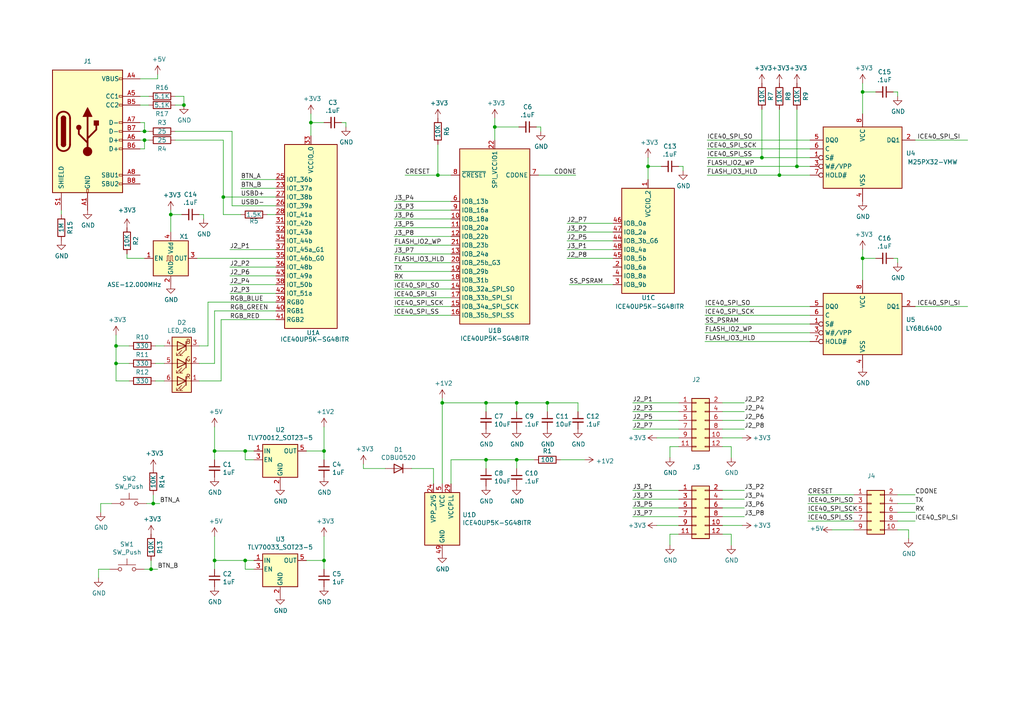
<source format=kicad_sch>
(kicad_sch (version 20211123) (generator eeschema)
  (paper "A4")
  (lib_symbols
    (symbol "Connector:USB_C_Receptacle_USB2.0" (pin_names (offset 1.016))
      (property "Reference" "J" (at -10.16 19.05 0))
      (property "Value" "USB_C_Receptacle_USB2.0" (at 19.05 19.05 0))
      (symbol "USB_C_Receptacle_USB2.0_1_1"
        (pin passive line (at 0 -22.86 90) (length 5.08) (name "GND") (number "A1"))
        (pin passive line (at 0 -22.86 90) (length 5.08) hide (name "GND") (number "A12"))
        (pin passive line (at 15.24 15.24 180) (length 5.08) (name "VBUS") (number "A4"))
        (pin bidirectional line (at 15.24 10.16 180) (length 5.08) (name "CC1") (number "A5"))
        (pin bidirectional line (at 15.24 -2.54 180) (length 5.08) (name "D+") (number "A6"))
        (pin bidirectional line (at 15.24 2.54 180) (length 5.08) (name "D-") (number "A7"))
        (pin bidirectional line (at 15.24 -12.7 180) (length 5.08) (name "SBU1") (number "A8"))
        (pin passive line (at 15.24 15.24 180) (length 5.08) hide (name "VBUS") (number "A9"))
        (pin passive line (at 0 -22.86 90) (length 5.08) hide (name "GND") (number "B1"))
        (pin passive line (at 0 -22.86 90) (length 5.08) hide (name "GND") (number "B12"))
        (pin passive line (at 15.24 15.24 180) (length 5.08) hide (name "VBUS") (number "B4"))
        (pin bidirectional line (at 15.24 7.62 180) (length 5.08) (name "CC2") (number "B5"))
        (pin bidirectional line (at 15.24 -5.08 180) (length 5.08) (name "D+") (number "B6"))
        (pin bidirectional line (at 15.24 0 180) (length 5.08) (name "D-") (number "B7"))
        (pin bidirectional line (at 15.24 -15.24 180) (length 5.08) (name "SBU2") (number "B8"))
        (pin passive line (at 15.24 15.24 180) (length 5.08) hide (name "VBUS") (number "B9"))
        (pin passive line (at -7.62 -22.86 90) (length 5.08) (name "SHIELD") (number "S1"))
      )
    )
    (symbol "Connector_Generic:Conn_02x05_Odd_Even" (pin_names (offset 1.016) hide)
      (property "Reference" "J" (at 1.27 7.62 0))
      (property "Value" "Conn_02x05_Odd_Even" (at 1.27 -7.62 0))
      (symbol "Conn_02x05_Odd_Even_1_1"
        (pin passive line (at -5.08 5.08 0) (length 3.81) (name "Pin_1") (number "1"))
        (pin passive line (at 7.62 -5.08 180) (length 3.81) (name "Pin_10") (number "10"))
        (pin passive line (at 7.62 5.08 180) (length 3.81) (name "Pin_2") (number "2"))
        (pin passive line (at -5.08 2.54 0) (length 3.81) (name "Pin_3") (number "3"))
        (pin passive line (at 7.62 2.54 180) (length 3.81) (name "Pin_4") (number "4"))
        (pin passive line (at -5.08 0 0) (length 3.81) (name "Pin_5") (number "5"))
        (pin passive line (at 7.62 0 180) (length 3.81) (name "Pin_6") (number "6"))
        (pin passive line (at -5.08 -2.54 0) (length 3.81) (name "Pin_7") (number "7"))
        (pin passive line (at 7.62 -2.54 180) (length 3.81) (name "Pin_8") (number "8"))
        (pin passive line (at -5.08 -5.08 0) (length 3.81) (name "Pin_9") (number "9"))
      )
    )
    (symbol "Connector_Generic:Conn_02x06_Odd_Even" (pin_names (offset 1.016) hide)
      (property "Reference" "J" (at 1.27 7.62 0))
      (property "Value" "Conn_02x06_Odd_Even" (at 1.27 -10.16 0))
      (symbol "Conn_02x06_Odd_Even_1_1"
        (pin passive line (at -5.08 5.08 0) (length 3.81) (name "Pin_1") (number "1"))
        (pin passive line (at 7.62 -5.08 180) (length 3.81) (name "Pin_10") (number "10"))
        (pin passive line (at -5.08 -7.62 0) (length 3.81) (name "Pin_11") (number "11"))
        (pin passive line (at 7.62 -7.62 180) (length 3.81) (name "Pin_12") (number "12"))
        (pin passive line (at 7.62 5.08 180) (length 3.81) (name "Pin_2") (number "2"))
        (pin passive line (at -5.08 2.54 0) (length 3.81) (name "Pin_3") (number "3"))
        (pin passive line (at 7.62 2.54 180) (length 3.81) (name "Pin_4") (number "4"))
        (pin passive line (at -5.08 0 0) (length 3.81) (name "Pin_5") (number "5"))
        (pin passive line (at 7.62 0 180) (length 3.81) (name "Pin_6") (number "6"))
        (pin passive line (at -5.08 -2.54 0) (length 3.81) (name "Pin_7") (number "7"))
        (pin passive line (at 7.62 -2.54 180) (length 3.81) (name "Pin_8") (number "8"))
        (pin passive line (at -5.08 -5.08 0) (length 3.81) (name "Pin_9") (number "9"))
      )
    )
    (symbol "Device:C_Small" (pin_numbers hide) (pin_names (offset 0.254) hide)
      (property "Reference" "C" (at 0.254 1.778 0))
      (property "Value" "C_Small" (at 0.254 -2.032 0))
      (symbol "C_Small_1_1"
        (pin passive line (at 0 2.54 270) (length 2.032) (name "~") (number "1"))
        (pin passive line (at 0 -2.54 90) (length 2.032) (name "~") (number "2"))
      )
    )
    (symbol "Device:D" (pin_numbers hide) (pin_names (offset 1.016) hide)
      (property "Reference" "D" (at 0 2.54 0))
      (property "Value" "D" (at 0 -2.54 0))
      (symbol "D_1_1"
        (pin passive line (at -3.81 0 0) (length 2.54) (name "K") (number "1"))
        (pin passive line (at 3.81 0 180) (length 2.54) (name "A") (number "2"))
      )
    )
    (symbol "Device:LED_RGB" (pin_names (offset 0) hide)
      (property "Reference" "D" (at 0 9.398 0))
      (property "Value" "LED_RGB" (at 0 -8.89 0))
      (symbol "LED_RGB_0_0"
        (text "B" (at -1.905 -6.35 0) (effects (font (size 1.27 1.27))))
        (text "G" (at -1.905 -1.27 0) (effects (font (size 1.27 1.27))))
        (text "R" (at -1.905 3.81 0) (effects (font (size 1.27 1.27))))
      )
      (symbol "LED_RGB_1_1"
        (pin passive line (at -5.08 5.08 0) (length 2.54) (name "RK") (number "1"))
        (pin passive line (at -5.08 0 0) (length 2.54) (name "GK") (number "2"))
        (pin passive line (at -5.08 -5.08 0) (length 2.54) (name "BK") (number "3"))
        (pin passive line (at 5.08 -5.08 180) (length 2.54) (name "BA") (number "4"))
        (pin passive line (at 5.08 0 180) (length 2.54) (name "GA") (number "5"))
        (pin passive line (at 5.08 5.08 180) (length 2.54) (name "RA") (number "6"))
      )
    )
    (symbol "Device:R" (pin_numbers hide) (pin_names (offset 0))
      (property "Reference" "R" (at 2.032 0 90))
      (property "Value" "R" (at 0 0 90))
      (symbol "R_1_1"
        (pin passive line (at 0 3.81 270) (length 1.27) (name "~") (number "1"))
        (pin passive line (at 0 -3.81 90) (length 1.27) (name "~") (number "2"))
      )
    )
    (symbol "FPGA_Lattice:ICE40UP5K-SG48ITR"
      (property "Reference" "U" (at -8.89 -29.21 0))
      (property "Value" "ICE40UP5K-SG48ITR" (at 0 -31.75 0))
      (symbol "ICE40UP5K-SG48ITR_1_1"
        (pin bidirectional line (at -10.16 12.7 0) (length 2.54) (name "IOT_37a") (number "23"))
        (pin bidirectional line (at -10.16 15.24 0) (length 2.54) (name "IOT_36b") (number "25"))
        (pin bidirectional line (at -10.16 7.62 0) (length 2.54) (name "IOT_39a") (number "26"))
        (pin bidirectional line (at -10.16 10.16 0) (length 2.54) (name "IOT_38b") (number "27"))
        (pin bidirectional line (at -10.16 5.08 0) (length 2.54) (name "IOT_41a") (number "28"))
        (pin bidirectional line (at -10.16 2.54 0) (length 2.54) (name "IOT_42b") (number "31"))
        (pin bidirectional line (at -10.16 0 0) (length 2.54) (name "IOT_43a") (number "32"))
        (pin power_in line (at 0 27.94 270) (length 2.54) (name "VCCIO_0") (number "33"))
        (pin bidirectional line (at -10.16 -2.54 0) (length 2.54) (name "IOT_44b") (number "34"))
        (pin bidirectional line (at -10.16 -7.62 0) (length 2.54) (name "IOT_46b_G0") (number "35"))
        (pin bidirectional line (at -10.16 -10.16 0) (length 2.54) (name "IOT_48b") (number "36"))
        (pin bidirectional line (at -10.16 -5.08 0) (length 2.54) (name "IOT_45a_G1") (number "37"))
        (pin bidirectional line (at -10.16 -15.24 0) (length 2.54) (name "IOT_50b") (number "38"))
        (pin open_collector line (at -10.16 -20.32 0) (length 2.54) (name "RGB0") (number "39"))
        (pin open_collector line (at -10.16 -22.86 0) (length 2.54) (name "RGB1") (number "40"))
        (pin open_collector line (at -10.16 -25.4 0) (length 2.54) (name "RGB2") (number "41"))
        (pin bidirectional line (at -10.16 -17.78 0) (length 2.54) (name "IOT_51a") (number "42"))
        (pin bidirectional line (at -10.16 -12.7 0) (length 2.54) (name "IOT_49a") (number "43"))
      )
      (symbol "ICE40UP5K-SG48ITR_2_1"
        (pin bidirectional line (at -12.7 5.08 0) (length 2.54) (name "IOB_18a") (number "10"))
        (pin bidirectional line (at -12.7 2.54 0) (length 2.54) (name "IOB_20a") (number "11"))
        (pin bidirectional line (at -12.7 0 0) (length 2.54) (name "IOB_22b") (number "12"))
        (pin bidirectional line (at -12.7 -5.08 0) (length 2.54) (name "IOB_24a") (number "13"))
        (pin bidirectional line (at -12.7 -15.24 0) (length 2.54) (name "IOB_32a_SPI_SO") (number "14"))
        (pin bidirectional line (at -12.7 -20.32 0) (length 2.54) (name "IOB_34a_SPI_SCK") (number "15"))
        (pin bidirectional line (at -12.7 -22.86 0) (length 2.54) (name "IOB_35b_SPI_SS") (number "16"))
        (pin bidirectional line (at -12.7 -17.78 0) (length 2.54) (name "IOB_33b_SPI_SI") (number "17"))
        (pin bidirectional line (at -12.7 -12.7 0) (length 2.54) (name "IOB_31b") (number "18"))
        (pin bidirectional line (at -12.7 -10.16 0) (length 2.54) (name "IOB_29b") (number "19"))
        (pin bidirectional line (at -12.7 -7.62 0) (length 2.54) (name "IOB_25b_G3") (number "20"))
        (pin bidirectional line (at -12.7 -2.54 0) (length 2.54) (name "IOB_23b") (number "21"))
        (pin power_in line (at 0 27.94 270) (length 2.54) (name "SPI_VCCIO1") (number "22"))
        (pin bidirectional line (at -12.7 10.16 0) (length 2.54) (name "IOB_13b") (number "6"))
        (pin open_collector line (at 12.7 17.78 180) (length 2.54) (name "CDONE") (number "7"))
        (pin input line (at -12.7 17.78 0) (length 2.54) (name "~{CRESET}") (number "8"))
        (pin bidirectional line (at -12.7 7.62 0) (length 2.54) (name "IOB_16a") (number "9"))
      )
      (symbol "ICE40UP5K-SG48ITR_3_1"
        (pin power_in line (at 0 17.78 270) (length 2.54) (name "VCCIO_2") (number "1"))
        (pin bidirectional line (at -10.16 -7.62 0) (length 2.54) (name "IOB_6a") (number "2"))
        (pin bidirectional line (at -10.16 -12.7 0) (length 2.54) (name "IOB_9b") (number "3"))
        (pin bidirectional line (at -10.16 -10.16 0) (length 2.54) (name "IOB_8a") (number "4"))
        (pin bidirectional line (at -10.16 0 0) (length 2.54) (name "IOB_3b_G6") (number "44"))
        (pin bidirectional line (at -10.16 -5.08 0) (length 2.54) (name "IOB_5b") (number "45"))
        (pin bidirectional line (at -10.16 5.08 0) (length 2.54) (name "IOB_0a") (number "46"))
        (pin bidirectional line (at -10.16 2.54 0) (length 2.54) (name "IOB_2a") (number "47"))
        (pin bidirectional line (at -10.16 -2.54 0) (length 2.54) (name "IOB_4a") (number "48"))
      )
      (symbol "ICE40UP5K-SG48ITR_4_1"
        (pin power_in line (at -2.54 10.16 270) (length 2.54) (name "VPP_2V5") (number "24"))
        (pin power_out line (at 2.54 10.16 270) (length 2.54) (name "VCCPLL") (number "29"))
        (pin passive line (at 0 10.16 270) (length 2.54) hide (name "VCC") (number "30"))
        (pin power_in line (at 0 -10.16 90) (length 2.54) (name "GND") (number "49"))
        (pin power_in line (at 0 10.16 270) (length 2.54) (name "VCC") (number "5"))
      )
    )
    (symbol "Memory_Flash:M25PX32-VMW"
      (property "Reference" "U" (at -10.16 10.16 0))
      (property "Value" "M25PX32-VMW" (at 7.62 -10.16 0))
      (symbol "M25PX32-VMW_1_1"
        (pin input inverted (at -15.24 0 0) (length 3.81) (name "S#") (number "1"))
        (pin bidirectional line (at 15.24 5.08 180) (length 3.81) (name "DQ1") (number "2"))
        (pin input inverted (at -15.24 -2.54 0) (length 3.81) (name "W#/VPP") (number "3"))
        (pin power_in line (at 0 -12.7 90) (length 3.81) (name "VSS") (number "4"))
        (pin bidirectional line (at -15.24 5.08 0) (length 3.81) (name "DQ0") (number "5"))
        (pin input line (at -15.24 2.54 0) (length 3.81) (name "C") (number "6"))
        (pin input inverted (at -15.24 -5.08 0) (length 3.81) (name "HOLD#") (number "7"))
        (pin power_in line (at 0 12.7 270) (length 3.81) (name "VCC") (number "8"))
      )
    )
    (symbol "Oscillator:ASE-xxxMHz" (pin_names (offset 0.254))
      (property "Reference" "X" (at -5.08 6.35 0))
      (property "Value" "ASE-xxxMHz" (at 1.27 -6.35 0))
      (symbol "ASE-xxxMHz_1_1"
        (pin input line (at -7.62 0 0) (length 2.54) (name "EN") (number "1"))
        (pin power_in line (at 0 -7.62 90) (length 2.54) (name "GND") (number "2"))
        (pin output line (at 7.62 0 180) (length 2.54) (name "OUT") (number "3"))
        (pin power_in line (at 0 7.62 270) (length 2.54) (name "Vdd") (number "4"))
      )
    )
    (symbol "Regulator_Linear:TLV70012_SOT23-5" (pin_names (offset 0.254))
      (property "Reference" "U" (at -3.81 5.715 0))
      (property "Value" "TLV70012_SOT23-5" (at 0 5.715 0))
      (symbol "TLV70012_SOT23-5_1_1"
        (pin power_in line (at -7.62 2.54 0) (length 2.54) (name "IN") (number "1"))
        (pin power_in line (at 0 -7.62 90) (length 2.54) (name "GND") (number "2"))
        (pin input line (at -7.62 0 0) (length 2.54) (name "EN") (number "3"))
        (pin no_connect line (at 5.08 0 180) (length 2.54) hide (name "NC") (number "4"))
        (pin power_out line (at 7.62 2.54 180) (length 2.54) (name "OUT") (number "5"))
      )
    )
    (symbol "Regulator_Linear:TLV70033_SOT23-5" (pin_names (offset 0.254))
      (property "Reference" "U" (at -3.81 5.715 0))
      (property "Value" "TLV70033_SOT23-5" (at 0 5.715 0))
      (symbol "TLV70033_SOT23-5_1_1"
        (pin power_in line (at -7.62 2.54 0) (length 2.54) (name "IN") (number "1"))
        (pin power_in line (at 0 -7.62 90) (length 2.54) (name "GND") (number "2"))
        (pin input line (at -7.62 0 0) (length 2.54) (name "EN") (number "3"))
        (pin no_connect line (at 5.08 0 180) (length 2.54) hide (name "NC") (number "4"))
        (pin power_out line (at 7.62 2.54 180) (length 2.54) (name "OUT") (number "5"))
      )
    )
    (symbol "Switch:SW_Push" (pin_numbers hide) (pin_names (offset 1.016) hide)
      (property "Reference" "SW" (at 1.27 2.54 0))
      (property "Value" "SW_Push" (at 0 -1.524 0))
      (symbol "SW_Push_0_1"
        (pin passive line (at -5.08 0 0) (length 2.54) (name "1") (number "1"))
        (pin passive line (at 5.08 0 180) (length 2.54) (name "2") (number "2"))
      )
    )
    (symbol "power:+1V2" (power) (pin_names (offset 0))
      (property "Value" "+1V2" (at 0 3.556 0))
      (symbol "+1V2_1_1"
        (pin power_in line (at 0 0 90) (length 0) hide (name "+1V2") (number "1"))
      )
    )
    (symbol "power:+3V3" (power) (pin_names (offset 0))
      (property "Value" "+3V3" (at 0 3.556 0))
      (symbol "+3V3_1_1"
        (pin power_in line (at 0 0 90) (length 0) hide (name "+3V3") (number "1"))
      )
    )
    (symbol "power:+5V" (power) (pin_names (offset 0))
      (property "Value" "+5V" (at 0 3.556 0))
      (symbol "+5V_1_1"
        (pin power_in line (at 0 0 90) (length 0) hide (name "+5V") (number "1"))
      )
    )
    (symbol "power:GND" (power) (pin_names (offset 0))
      (property "Value" "GND" (at 0 -3.81 0))
      (symbol "GND_1_1"
        (pin power_in line (at 0 0 270) (length 0) hide (name "GND") (number "1"))
      )
    )
  )
  (junction (at 71.12 130.81))
  (junction (at 226.06 50.8))
  (junction (at 140.97 133.35))
  (junction (at 250.19 26.67))
  (junction (at 220.98 45.72))
  (junction (at 64.77 57.15))
  (junction (at 62.23 162.56))
  (junction (at 140.97 116.84))
  (junction (at 62.23 130.81))
  (junction (at 44.45 146.05))
  (junction (at 93.98 162.56))
  (junction (at 53.34 30.48))
  (junction (at 49.53 62.23))
  (junction (at 43.815 165.1))
  (junction (at 41.91 40.64))
  (junction (at 33.655 105.41))
  (junction (at 187.96 48.26))
  (junction (at 33.655 100.33))
  (junction (at 149.86 133.35))
  (junction (at 128.27 116.84))
  (junction (at 149.86 116.84))
  (junction (at 127 50.8))
  (junction (at 90.17 35.56))
  (junction (at 231.14 48.26))
  (junction (at 71.12 162.56))
  (junction (at 158.75 116.84))
  (junction (at 93.98 130.81))
  (junction (at 143.51 36.83))
  (junction (at 41.91 38.1))
  (junction (at 250.19 74.93))
  (wire (pts (xy 90.17 33.02) (xy 90.17 35.56)))
  (wire (pts (xy 205.105 43.18) (xy 234.95 43.18)))
  (wire (pts (xy 177.8 67.31) (xy 164.465 67.31)))
  (wire (pts (xy 40.64 38.1) (xy 41.91 38.1)))
  (wire (pts (xy 90.17 35.56) (xy 90.17 39.37)))
  (wire (pts (xy 196.85 144.78) (xy 183.515 144.78)))
  (wire (pts (xy 196.85 121.92) (xy 183.515 121.92)))
  (wire (pts (xy 187.96 48.26) (xy 187.96 52.07)))
  (wire (pts (xy 259.08 26.67) (xy 260.35 26.67)))
  (wire (pts (xy 254 74.93) (xy 250.19 74.93)))
  (wire (pts (xy 128.27 116.84) (xy 128.27 140.335)))
  (wire (pts (xy 33.655 110.49) (xy 37.465 110.49)))
  (wire (pts (xy 29.21 146.05) (xy 29.21 148.59)))
  (wire (pts (xy 45.085 100.33) (xy 47.625 100.33)))
  (wire (pts (xy 36.83 73.66) (xy 36.83 74.93)))
  (wire (pts (xy 280.67 40.64) (xy 265.43 40.64)))
  (wire (pts (xy 45.72 22.86) (xy 40.64 22.86)))
  (wire (pts (xy 194.31 154.94) (xy 194.31 158.115)))
  (wire (pts (xy 196.85 142.24) (xy 183.515 142.24)))
  (wire (pts (xy 33.655 97.155) (xy 33.655 100.33)))
  (wire (pts (xy 220.98 31.75) (xy 220.98 45.72)))
  (wire (pts (xy 93.98 130.81) (xy 93.98 133.35)))
  (wire (pts (xy 265.43 146.05) (xy 260.35 146.05)))
  (wire (pts (xy 50.8 30.48) (xy 53.34 30.48)))
  (wire (pts (xy 64.135 92.71) (xy 80.01 92.71)))
  (wire (pts (xy 64.77 40.64) (xy 64.77 57.15)))
  (wire (pts (xy 64.77 57.15) (xy 64.77 62.23)))
  (wire (pts (xy 234.315 148.59) (xy 247.65 148.59)))
  (wire (pts (xy 93.98 155.575) (xy 93.98 162.56)))
  (wire (pts (xy 37.465 105.41) (xy 33.655 105.41)))
  (wire (pts (xy 50.8 27.94) (xy 53.34 27.94)))
  (wire (pts (xy 41.91 38.1) (xy 43.18 38.1)))
  (wire (pts (xy 33.655 100.33) (xy 33.655 105.41)))
  (wire (pts (xy 196.85 119.38) (xy 183.515 119.38)))
  (wire (pts (xy 40.64 35.56) (xy 41.91 35.56)))
  (wire (pts (xy 204.47 91.44) (xy 234.95 91.44)))
  (wire (pts (xy 57.15 74.93) (xy 80.01 74.93)))
  (wire (pts (xy 149.86 133.35) (xy 154.94 133.35)))
  (wire (pts (xy 88.9 162.56) (xy 93.98 162.56)))
  (wire (pts (xy 40.64 27.94) (xy 43.18 27.94)))
  (wire (pts (xy 260.35 153.67) (xy 263.525 153.67)))
  (wire (pts (xy 231.14 48.26) (xy 205.105 48.26)))
  (wire (pts (xy 140.97 133.35) (xy 149.86 133.35)))
  (wire (pts (xy 80.01 52.07) (xy 69.85 52.07)))
  (wire (pts (xy 260.35 26.67) (xy 260.35 27.94)))
  (wire (pts (xy 265.43 148.59) (xy 260.35 148.59)))
  (wire (pts (xy 204.47 96.52) (xy 234.95 96.52)))
  (wire (pts (xy 37.465 100.33) (xy 33.655 100.33)))
  (wire (pts (xy 60.325 87.63) (xy 80.01 87.63)))
  (wire (pts (xy 31.75 165.1) (xy 28.575 165.1)))
  (wire (pts (xy 71.12 133.35) (xy 71.12 130.81)))
  (wire (pts (xy 204.47 88.9) (xy 234.95 88.9)))
  (wire (pts (xy 215.9 116.84) (xy 209.55 116.84)))
  (wire (pts (xy 196.85 129.54) (xy 194.31 129.54)))
  (wire (pts (xy 250.19 24.13) (xy 250.19 26.67)))
  (wire (pts (xy 90.17 35.56) (xy 93.98 35.56)))
  (wire (pts (xy 50.8 40.64) (xy 64.77 40.64)))
  (wire (pts (xy 212.09 132.715) (xy 212.09 129.54)))
  (wire (pts (xy 32.385 146.05) (xy 29.21 146.05)))
  (wire (pts (xy 62.23 105.41) (xy 62.23 90.17)))
  (wire (pts (xy 49.53 62.23) (xy 49.53 60.96)))
  (wire (pts (xy 128.27 116.84) (xy 140.97 116.84)))
  (wire (pts (xy 215.9 142.24) (xy 209.55 142.24)))
  (wire (pts (xy 177.8 69.85) (xy 164.465 69.85)))
  (wire (pts (xy 209.55 152.4) (xy 215.265 152.4)))
  (wire (pts (xy 52.705 62.23) (xy 49.53 62.23)))
  (wire (pts (xy 231.14 48.26) (xy 231.14 31.75)))
  (wire (pts (xy 215.9 144.78) (xy 209.55 144.78)))
  (wire (pts (xy 80.01 54.61) (xy 69.85 54.61)))
  (wire (pts (xy 114.3 78.74) (xy 130.81 78.74)))
  (wire (pts (xy 260.35 74.93) (xy 260.35 76.2)))
  (wire (pts (xy 45.085 105.41) (xy 47.625 105.41)))
  (wire (pts (xy 114.3 83.82) (xy 130.81 83.82)))
  (wire (pts (xy 114.3 71.12) (xy 130.81 71.12)))
  (wire (pts (xy 125.73 135.89) (xy 125.73 140.335)))
  (wire (pts (xy 280.67 88.9) (xy 265.43 88.9)))
  (wire (pts (xy 194.31 129.54) (xy 194.31 132.715)))
  (wire (pts (xy 196.85 147.32) (xy 183.515 147.32)))
  (wire (pts (xy 150.495 36.83) (xy 143.51 36.83)))
  (wire (pts (xy 88.9 130.81) (xy 93.98 130.81)))
  (wire (pts (xy 265.43 151.13) (xy 260.35 151.13)))
  (wire (pts (xy 156.21 50.8) (xy 167.005 50.8)))
  (wire (pts (xy 114.3 58.42) (xy 130.81 58.42)))
  (wire (pts (xy 196.85 149.86) (xy 183.515 149.86)))
  (wire (pts (xy 226.06 50.8) (xy 226.06 31.75)))
  (wire (pts (xy 220.98 45.72) (xy 234.95 45.72)))
  (wire (pts (xy 114.3 60.96) (xy 130.81 60.96)))
  (wire (pts (xy 130.81 133.35) (xy 130.81 140.335)))
  (wire (pts (xy 250.19 26.67) (xy 250.19 33.02)))
  (wire (pts (xy 234.95 50.8) (xy 226.06 50.8)))
  (wire (pts (xy 149.86 116.84) (xy 149.86 119.38)))
  (wire (pts (xy 263.525 153.67) (xy 263.525 156.21)))
  (wire (pts (xy 198.12 48.26) (xy 198.12 49.53)))
  (wire (pts (xy 247.65 143.51) (xy 234.315 143.51)))
  (wire (pts (xy 105.41 135.89) (xy 105.41 134.62)))
  (wire (pts (xy 45.72 21.59) (xy 45.72 22.86)))
  (wire (pts (xy 162.56 133.35) (xy 169.545 133.35)))
  (wire (pts (xy 130.81 133.35) (xy 140.97 133.35)))
  (wire (pts (xy 149.86 116.84) (xy 158.75 116.84)))
  (wire (pts (xy 62.23 155.575) (xy 62.23 162.56)))
  (wire (pts (xy 44.45 146.05) (xy 42.545 146.05)))
  (wire (pts (xy 215.9 147.32) (xy 209.55 147.32)))
  (wire (pts (xy 140.97 119.38) (xy 140.97 116.84)))
  (wire (pts (xy 100.33 35.56) (xy 100.33 36.83)))
  (wire (pts (xy 40.64 40.64) (xy 41.91 40.64)))
  (wire (pts (xy 234.315 151.13) (xy 247.65 151.13)))
  (wire (pts (xy 114.3 86.36) (xy 130.81 86.36)))
  (wire (pts (xy 226.06 50.8) (xy 205.105 50.8)))
  (wire (pts (xy 204.47 93.98) (xy 234.95 93.98)))
  (wire (pts (xy 41.91 35.56) (xy 41.91 38.1)))
  (wire (pts (xy 71.12 130.81) (xy 73.66 130.81)))
  (wire (pts (xy 259.08 74.93) (xy 260.35 74.93)))
  (wire (pts (xy 114.3 68.58) (xy 130.81 68.58)))
  (wire (pts (xy 41.91 40.64) (xy 43.18 40.64)))
  (wire (pts (xy 36.83 74.93) (xy 41.91 74.93)))
  (wire (pts (xy 80.01 85.09) (xy 66.675 85.09)))
  (wire (pts (xy 215.9 119.38) (xy 209.55 119.38)))
  (wire (pts (xy 196.85 116.84) (xy 183.515 116.84)))
  (wire (pts (xy 127 50.8) (xy 117.475 50.8)))
  (wire (pts (xy 167.64 116.84) (xy 167.64 119.38)))
  (wire (pts (xy 156.845 36.83) (xy 156.845 38.1)))
  (wire (pts (xy 119.38 135.89) (xy 125.73 135.89)))
  (wire (pts (xy 127 41.91) (xy 127 50.8)))
  (wire (pts (xy 80.01 82.55) (xy 66.675 82.55)))
  (wire (pts (xy 41.91 165.1) (xy 43.815 165.1)))
  (wire (pts (xy 59.055 62.23) (xy 59.055 63.5)))
  (wire (pts (xy 205.105 45.72) (xy 220.98 45.72)))
  (wire (pts (xy 62.23 130.81) (xy 71.12 130.81)))
  (wire (pts (xy 80.01 72.39) (xy 66.675 72.39)))
  (wire (pts (xy 140.97 135.89) (xy 140.97 133.35)))
  (wire (pts (xy 99.06 35.56) (xy 100.33 35.56)))
  (wire (pts (xy 57.785 100.33) (xy 60.325 100.33)))
  (wire (pts (xy 80.01 80.01) (xy 66.675 80.01)))
  (wire (pts (xy 158.75 116.84) (xy 158.75 119.38)))
  (wire (pts (xy 177.8 74.93) (xy 164.465 74.93)))
  (wire (pts (xy 215.9 149.86) (xy 209.55 149.86)))
  (wire (pts (xy 67.31 38.1) (xy 50.8 38.1)))
  (wire (pts (xy 67.31 59.69) (xy 80.01 59.69)))
  (wire (pts (xy 43.815 165.1) (xy 45.72 165.1)))
  (wire (pts (xy 62.23 133.35) (xy 62.23 130.81)))
  (wire (pts (xy 111.76 135.89) (xy 105.41 135.89)))
  (wire (pts (xy 196.85 154.94) (xy 194.31 154.94)))
  (wire (pts (xy 177.8 64.77) (xy 164.465 64.77)))
  (wire (pts (xy 165.1 82.55) (xy 177.8 82.55)))
  (wire (pts (xy 196.85 124.46) (xy 183.515 124.46)))
  (wire (pts (xy 212.09 129.54) (xy 209.55 129.54)))
  (wire (pts (xy 93.98 162.56) (xy 93.98 165.1)))
  (wire (pts (xy 250.19 74.93) (xy 250.19 81.28)))
  (wire (pts (xy 114.3 76.2) (xy 130.81 76.2)))
  (wire (pts (xy 64.135 110.49) (xy 64.135 92.71)))
  (wire (pts (xy 67.31 59.69) (xy 67.31 38.1)))
  (wire (pts (xy 215.9 124.46) (xy 209.55 124.46)))
  (wire (pts (xy 128.27 115.57) (xy 128.27 116.84)))
  (wire (pts (xy 196.85 48.26) (xy 198.12 48.26)))
  (wire (pts (xy 62.23 165.1) (xy 62.23 162.56)))
  (wire (pts (xy 114.3 73.66) (xy 130.81 73.66)))
  (wire (pts (xy 93.98 123.825) (xy 93.98 130.81)))
  (wire (pts (xy 149.86 135.89) (xy 149.86 133.35)))
  (wire (pts (xy 46.355 146.05) (xy 44.45 146.05)))
  (wire (pts (xy 140.97 116.84) (xy 149.86 116.84)))
  (wire (pts (xy 41.91 43.18) (xy 41.91 40.64)))
  (wire (pts (xy 57.785 110.49) (xy 64.135 110.49)))
  (wire (pts (xy 190.5 152.4) (xy 196.85 152.4)))
  (wire (pts (xy 130.81 50.8) (xy 127 50.8)))
  (wire (pts (xy 260.35 143.51) (xy 265.43 143.51)))
  (wire (pts (xy 73.66 165.1) (xy 71.12 165.1)))
  (wire (pts (xy 212.09 158.115) (xy 212.09 154.94)))
  (wire (pts (xy 177.8 72.39) (xy 164.465 72.39)))
  (wire (pts (xy 45.085 110.49) (xy 47.625 110.49)))
  (wire (pts (xy 69.85 62.23) (xy 64.77 62.23)))
  (wire (pts (xy 80.01 62.23) (xy 77.47 62.23)))
  (wire (pts (xy 234.315 146.05) (xy 247.65 146.05)))
  (wire (pts (xy 57.785 62.23) (xy 59.055 62.23)))
  (wire (pts (xy 143.51 36.83) (xy 143.51 40.64)))
  (wire (pts (xy 28.575 165.1) (xy 28.575 167.64)))
  (wire (pts (xy 71.12 162.56) (xy 73.66 162.56)))
  (wire (pts (xy 62.23 90.17) (xy 80.01 90.17)))
  (wire (pts (xy 215.9 121.92) (xy 209.55 121.92)))
  (wire (pts (xy 43.815 162.56) (xy 43.815 165.1)))
  (wire (pts (xy 114.3 81.28) (xy 130.81 81.28)))
  (wire (pts (xy 205.105 40.64) (xy 234.95 40.64)))
  (wire (pts (xy 250.19 72.39) (xy 250.19 74.93)))
  (wire (pts (xy 57.785 105.41) (xy 62.23 105.41)))
  (wire (pts (xy 209.55 127) (xy 215.265 127)))
  (wire (pts (xy 114.3 88.9) (xy 130.81 88.9)))
  (wire (pts (xy 53.34 27.94) (xy 53.34 30.48)))
  (wire (pts (xy 143.51 34.29) (xy 143.51 36.83)))
  (wire (pts (xy 114.3 66.04) (xy 130.81 66.04)))
  (wire (pts (xy 17.78 60.96) (xy 17.78 62.23)))
  (wire (pts (xy 49.53 67.31) (xy 49.53 62.23)))
  (wire (pts (xy 190.5 127) (xy 196.85 127)))
  (wire (pts (xy 187.96 45.72) (xy 187.96 48.26)))
  (wire (pts (xy 71.12 165.1) (xy 71.12 162.56)))
  (wire (pts (xy 44.45 143.51) (xy 44.45 146.05)))
  (wire (pts (xy 64.77 57.15) (xy 80.01 57.15)))
  (wire (pts (xy 40.64 43.18) (xy 41.91 43.18)))
  (wire (pts (xy 33.655 105.41) (xy 33.655 110.49)))
  (wire (pts (xy 40.64 30.48) (xy 43.18 30.48)))
  (wire (pts (xy 191.77 48.26) (xy 187.96 48.26)))
  (wire (pts (xy 158.75 116.84) (xy 167.64 116.84)))
  (wire (pts (xy 254 26.67) (xy 250.19 26.67)))
  (wire (pts (xy 155.575 36.83) (xy 156.845 36.83)))
  (wire (pts (xy 114.3 91.44) (xy 130.81 91.44)))
  (wire (pts (xy 234.95 48.26) (xy 231.14 48.26)))
  (wire (pts (xy 80.01 77.47) (xy 66.675 77.47)))
  (wire (pts (xy 212.09 154.94) (xy 209.55 154.94)))
  (wire (pts (xy 204.47 99.06) (xy 234.95 99.06)))
  (wire (pts (xy 62.23 123.825) (xy 62.23 130.81)))
  (wire (pts (xy 114.3 63.5) (xy 130.81 63.5)))
  (wire (pts (xy 241.3 153.67) (xy 247.65 153.67)))
  (wire (pts (xy 73.66 133.35) (xy 71.12 133.35)))
  (wire (pts (xy 62.23 162.56) (xy 71.12 162.56)))
  (wire (pts (xy 60.325 100.33) (xy 60.325 87.63)))
  (label "BTN_B" (at 45.72 165.1 0))
  (label "ICE40_SPI_SS" (at 234.315 151.13 0))
  (label "ICE40_SPI_SI" (at 114.3 86.36 0))
  (label "RGB_RED" (at 66.675 92.71 0))
  (label "ICE40_SPI_SO" (at 114.3 83.82 0))
  (label "BTN_A" (at 46.355 146.05 0))
  (label "J3_P8" (at 215.9 149.86 0))
  (label "J2_P3" (at 183.515 119.38 0))
  (label "CDONE" (at 265.43 143.51 0))
  (label "J3_P7" (at 114.3 73.66 0))
  (label "J3_P5" (at 183.515 147.32 0))
  (label "RX" (at 114.3 81.28 0))
  (label "J2_P6" (at 66.675 80.01 0))
  (label "ICE40_SPI_SCK" (at 114.3 88.9 0))
  (label "J2_P2" (at 215.9 116.84 0))
  (label "FLASH_IO3_HLD" (at 204.47 99.06 0))
  (label "ICE40_SPI_SO" (at 234.315 146.05 0))
  (label "J3_P4" (at 215.9 144.78 0))
  (label "J3_P5" (at 114.3 66.04 0))
  (label "ICE40_SPI_SO" (at 205.105 40.64 0))
  (label "J3_P2" (at 164.465 67.31 0))
  (label "J2_P8" (at 164.465 74.93 0))
  (label "ICE40_SPI_SCK" (at 204.47 91.44 0))
  (label "SS_PSRAM" (at 204.47 93.98 0))
  (label "J3_P6" (at 215.9 147.32 0))
  (label "USBD+" (at 69.85 57.15 0))
  (label "RX" (at 265.43 148.59 0))
  (label "USBD-" (at 69.85 59.69 0))
  (label "CDONE" (at 160.655 50.8 0))
  (label "SS_PSRAM" (at 165.1 82.55 0))
  (label "FLASH_IO2_WP" (at 205.105 48.26 0))
  (label "J3_P1" (at 164.465 72.39 0))
  (label "BTN_A" (at 69.85 52.07 0))
  (label "CRESET" (at 117.475 50.8 0))
  (label "TX" (at 114.3 78.74 0))
  (label "ICE40_SPI_SI" (at 266.065 40.64 0))
  (label "FLASH_IO3_HLD" (at 205.105 50.8 0))
  (label "J2_P4" (at 215.9 119.38 0))
  (label "J3_P4" (at 114.3 58.42 0))
  (label "ICE40_SPI_SCK" (at 205.105 43.18 0))
  (label "J2_P1" (at 183.515 116.84 0))
  (label "J2_P5" (at 183.515 121.92 0))
  (label "ICE40_SPI_SO" (at 204.47 88.9 0))
  (label "J2_P1" (at 66.675 72.39 0))
  (label "TX" (at 265.43 146.05 0))
  (label "BTN_B" (at 69.85 54.61 0))
  (label "J2_P8" (at 215.9 124.46 0))
  (label "J3_P8" (at 114.3 68.58 0))
  (label "J2_P2" (at 66.675 77.47 0))
  (label "ICE40_SPI_SCK" (at 234.315 148.59 0))
  (label "J3_P1" (at 183.515 142.24 0))
  (label "J2_P5" (at 164.465 69.85 0))
  (label "J3_P2" (at 215.9 142.24 0))
  (label "J2_P7" (at 164.465 64.77 0))
  (label "RGB_GREEN" (at 66.675 90.17 0))
  (label "ICE40_SPI_SS" (at 114.3 91.44 0))
  (label "J2_P6" (at 215.9 121.92 0))
  (label "ICE40_SPI_SI" (at 265.43 151.13 0))
  (label "ICE40_SPI_SS" (at 205.105 45.72 0))
  (label "J2_P3" (at 66.675 85.09 0))
  (label "ICE40_SPI_SI" (at 266.065 88.9 0))
  (label "RGB_BLUE" (at 66.675 87.63 0))
  (label "J3_P7" (at 183.515 149.86 0))
  (label "FLASH_IO3_HLD" (at 114.3 76.2 0))
  (label "J3_P3" (at 183.515 144.78 0))
  (label "J2_P7" (at 183.515 124.46 0))
  (label "J3_P6" (at 114.3 63.5 0))
  (label "J2_P4" (at 66.675 82.55 0))
  (label "FLASH_IO2_WP" (at 204.47 96.52 0))
  (label "CRESET" (at 234.315 143.51 0))
  (label "J3_P3" (at 114.3 60.96 0))
  (label "FLASH_IO2_WP" (at 114.3 71.12 0))
  (symbol (lib_id "FPGA_Lattice:ICE40UP5K-SG48ITR") (at 90.17 67.31 0) (unit 1)
    (property "Reference" "U1" (at 88.9 96.52 0) (effects (justify left)))
    (property "Value" "ICE40UP5K-SG48ITR" (at 81.28 98.425 0) (effects (justify left)))
    (property "Footprint" "Package_DFN_QFN:QFN-48-1EP_7x7mm_P0.5mm_EP5.6x5.6mm" (effects hide))
    (property "Datasheet" "http://www.latticesemi.com/Products/FPGAandCPLD/iCE40Ultra" (effects hide))
  )
  (symbol (lib_id "FPGA_Lattice:ICE40UP5K-SG48ITR") (at 143.51 68.58 0) (unit 2)
    (property "Reference" "U1" (at 143.51 95.8596 0))
    (property "Value" "ICE40UP5K-SG48ITR" (at 143.51 98.171 0))
    (property "Footprint" "Package_DFN_QFN:QFN-48-1EP_7x7mm_P0.5mm_EP5.6x5.6mm" (effects hide))
    (property "Datasheet" "http://www.latticesemi.com/Products/FPGAandCPLD/iCE40Ultra" (effects hide))
  )
  (symbol (lib_id "FPGA_Lattice:ICE40UP5K-SG48ITR") (at 187.96 69.85 0) (unit 3)
    (property "Reference" "U1" (at 186.055 86.36 0) (effects (justify left)))
    (property "Value" "ICE40UP5K-SG48ITR" (at 178.435 88.9 0) (effects (justify left)))
    (property "Footprint" "Package_DFN_QFN:QFN-48-1EP_7x7mm_P0.5mm_EP5.6x5.6mm" (effects hide))
    (property "Datasheet" "http://www.latticesemi.com/Products/FPGAandCPLD/iCE40Ultra" (effects hide))
  )
  (symbol (lib_id "FPGA_Lattice:ICE40UP5K-SG48ITR") (at 128.27 150.495 0) (unit 4)
    (property "Reference" "U1" (at 134.112 149.3266 0) (effects (justify left)))
    (property "Value" "ICE40UP5K-SG48ITR" (at 134.112 151.638 0) (effects (justify left)))
    (property "Footprint" "Package_DFN_QFN:QFN-48-1EP_7x7mm_P0.5mm_EP5.6x5.6mm" (effects hide))
    (property "Datasheet" "http://www.latticesemi.com/Products/FPGAandCPLD/iCE40Ultra" (effects hide))
  )
  (symbol (lib_id "Device:D") (at 115.57 135.89 180) (unit 1)
    (property "Reference" "D1" (at 115.57 130.4036 0))
    (property "Value" "CDBU0520" (at 115.57 132.715 0))
    (property "Footprint" "Diode_SMD:D_0603_1608Metric" (effects hide))
  )
  (symbol (lib_id "Regulator_Linear:TLV70012_SOT23-5") (at 81.28 133.35 0) (unit 1)
    (property "Reference" "U2" (at 81.28 124.6632 0))
    (property "Value" "TLV70012_SOT23-5" (at 81.28 126.9746 0))
    (property "Footprint" "Package_TO_SOT_SMD:SOT-23-5" (effects hide))
    (property "Datasheet" "http://www.ti.com/lit/ds/symlink/tlv700.pdf" (effects hide))
  )
  (symbol (lib_id "power:GND") (at 81.28 140.97 0) (unit 1)
    (property "Reference" "#PWR0101" (effects hide))
    (property "Value" "GND" (at 81.407 145.3642 0))
  )
  (symbol (lib_id "power:GND") (at 128.27 160.655 0) (unit 1)
    (property "Reference" "#PWR0102" (effects hide))
    (property "Value" "GND" (at 128.397 165.0492 0))
  )
  (symbol (lib_id "power:+1V2") (at 93.98 123.825 0) (unit 1)
    (property "Reference" "#PWR0103" (effects hide))
    (property "Value" "+1V2" (at 94.361 119.4308 0))
  )
  (symbol (lib_id "power:+1V2") (at 128.27 115.57 0) (unit 1)
    (property "Reference" "#PWR0104" (effects hide))
    (property "Value" "+1V2" (at 128.651 111.1758 0))
  )
  (symbol (lib_id "Device:C_Small") (at 62.23 135.89 0) (unit 1)
    (property "Reference" "C1" (at 64.5668 134.7216 0) (effects (justify left)))
    (property "Value" "1uF" (at 64.5668 137.033 0) (effects (justify left)))
    (property "Footprint" "Capacitor_SMD:C_0603_1608Metric" (effects hide))
  )
  (symbol (lib_id "power:GND") (at 62.23 138.43 0) (unit 1)
    (property "Reference" "#PWR0105" (effects hide))
    (property "Value" "GND" (at 62.357 142.8242 0))
  )
  (symbol (lib_id "power:+3V3") (at 105.41 134.62 0) (unit 1)
    (property "Reference" "#PWR0106" (effects hide))
    (property "Value" "+3V3" (at 105.791 130.2258 0))
  )
  (symbol (lib_id "Device:C_Small") (at 93.98 135.89 0) (unit 1)
    (property "Reference" "C4" (at 96.3168 134.7216 0) (effects (justify left)))
    (property "Value" "1uF" (at 96.3168 137.033 0) (effects (justify left)))
    (property "Footprint" "Capacitor_SMD:C_0603_1608Metric" (effects hide))
  )
  (symbol (lib_id "power:GND") (at 93.98 138.43 0) (unit 1)
    (property "Reference" "#PWR0107" (effects hide))
    (property "Value" "GND" (at 94.107 142.8242 0))
  )
  (symbol (lib_id "Device:C_Small") (at 140.97 138.43 0) (unit 1)
    (property "Reference" "C8" (at 143.3068 137.2616 0) (effects (justify left)))
    (property "Value" "10uF" (at 143.3068 139.573 0) (effects (justify left)))
    (property "Footprint" "Capacitor_SMD:C_0603_1608Metric" (effects hide))
  )
  (symbol (lib_id "Device:C_Small") (at 149.86 138.43 0) (unit 1)
    (property "Reference" "C10" (at 152.1968 137.2616 0) (effects (justify left)))
    (property "Value" ".1uF" (at 152.1968 139.573 0) (effects (justify left)))
    (property "Footprint" "Capacitor_SMD:C_0402_1005Metric" (effects hide))
  )
  (symbol (lib_id "Device:C_Small") (at 140.97 121.92 0) (unit 1)
    (property "Reference" "C7" (at 143.3068 120.7516 0) (effects (justify left)))
    (property "Value" "10uF" (at 143.3068 123.063 0) (effects (justify left)))
    (property "Footprint" "Capacitor_SMD:C_0603_1608Metric" (effects hide))
  )
  (symbol (lib_id "Device:C_Small") (at 149.86 121.92 0) (unit 1)
    (property "Reference" "C9" (at 152.1968 120.7516 0) (effects (justify left)))
    (property "Value" ".1uF" (at 152.1968 123.063 0) (effects (justify left)))
    (property "Footprint" "Capacitor_SMD:C_0402_1005Metric" (effects hide))
  )
  (symbol (lib_id "power:GND") (at 140.97 140.97 0) (unit 1)
    (property "Reference" "#PWR0108" (effects hide))
    (property "Value" "GND" (at 141.097 145.3642 0))
  )
  (symbol (lib_id "power:GND") (at 149.86 140.97 0) (unit 1)
    (property "Reference" "#PWR0109" (effects hide))
    (property "Value" "GND" (at 149.987 145.3642 0))
  )
  (symbol (lib_id "power:GND") (at 140.97 124.46 0) (unit 1)
    (property "Reference" "#PWR0110" (effects hide))
    (property "Value" "GND" (at 141.097 128.8542 0))
  )
  (symbol (lib_id "power:GND") (at 149.86 124.46 0) (unit 1)
    (property "Reference" "#PWR0111" (effects hide))
    (property "Value" "GND" (at 149.987 128.8542 0))
  )
  (symbol (lib_id "Device:R") (at 158.75 133.35 270) (unit 1)
    (property "Reference" "R1" (at 158.75 130.81 90))
    (property "Value" "100" (at 158.75 133.35 90))
    (property "Footprint" "Resistor_SMD:R_0402_1005Metric" (effects hide))
  )
  (symbol (lib_id "Device:C_Small") (at 158.75 121.92 0) (unit 1)
    (property "Reference" "C11" (at 161.0868 120.7516 0) (effects (justify left)))
    (property "Value" "10uF" (at 161.0868 123.063 0) (effects (justify left)))
    (property "Footprint" "Capacitor_SMD:C_0603_1608Metric" (effects hide))
  )
  (symbol (lib_id "Device:C_Small") (at 167.64 121.92 0) (unit 1)
    (property "Reference" "C12" (at 169.9768 120.7516 0) (effects (justify left)))
    (property "Value" ".1uF" (at 169.9768 123.063 0) (effects (justify left)))
    (property "Footprint" "Capacitor_SMD:C_0402_1005Metric" (effects hide))
  )
  (symbol (lib_id "power:GND") (at 158.75 124.46 0) (unit 1)
    (property "Reference" "#PWR0112" (effects hide))
    (property "Value" "GND" (at 158.877 128.8542 0))
  )
  (symbol (lib_id "power:GND") (at 167.64 124.46 0) (unit 1)
    (property "Reference" "#PWR0113" (effects hide))
    (property "Value" "GND" (at 167.767 128.8542 0))
  )
  (symbol (lib_id "power:+1V2") (at 169.545 133.35 270) (unit 1)
    (property "Reference" "#PWR0114" (effects hide))
    (property "Value" "+1V2" (at 172.7962 133.731 90) (effects (justify left)))
  )
  (symbol (lib_id "power:+3V3") (at 90.17 33.02 0) (unit 1)
    (property "Reference" "#PWR0115" (effects hide))
    (property "Value" "+3V3" (at 90.551 28.6258 0))
  )
  (symbol (lib_id "power:+3V3") (at 143.51 34.29 0) (unit 1)
    (property "Reference" "#PWR0116" (effects hide))
    (property "Value" "+3V3" (at 143.891 29.8958 0))
  )
  (symbol (lib_id "power:+3V3") (at 187.96 45.72 0) (unit 1)
    (property "Reference" "#PWR0117" (effects hide))
    (property "Value" "+3V3" (at 188.341 41.3258 0))
  )
  (symbol (lib_id "Device:C_Small") (at 96.52 35.56 270) (unit 1)
    (property "Reference" "C3" (at 96.52 29.7434 90))
    (property "Value" ".1uF" (at 96.52 32.0548 90))
    (property "Footprint" "Capacitor_SMD:C_0402_1005Metric" (effects hide))
  )
  (symbol (lib_id "power:GND") (at 100.33 36.83 0) (unit 1)
    (property "Reference" "#PWR0118" (effects hide))
    (property "Value" "GND" (at 100.457 41.2242 0))
  )
  (symbol (lib_id "Device:C_Small") (at 153.035 36.83 270) (unit 1)
    (property "Reference" "C6" (at 153.035 31.0134 90))
    (property "Value" ".1uF" (at 153.035 33.3248 90))
    (property "Footprint" "Capacitor_SMD:C_0402_1005Metric" (effects hide))
  )
  (symbol (lib_id "power:GND") (at 156.845 38.1 0) (unit 1)
    (property "Reference" "#PWR0119" (effects hide))
    (property "Value" "GND" (at 156.972 42.4942 0))
  )
  (symbol (lib_id "Device:C_Small") (at 194.31 48.26 270) (unit 1)
    (property "Reference" "C13" (at 194.31 42.4434 90))
    (property "Value" ".1uF" (at 194.31 44.7548 90))
    (property "Footprint" "Capacitor_SMD:C_0402_1005Metric" (effects hide))
  )
  (symbol (lib_id "power:GND") (at 198.12 49.53 0) (unit 1)
    (property "Reference" "#PWR0120" (effects hide))
    (property "Value" "GND" (at 198.247 53.9242 0))
  )
  (symbol (lib_id "Oscillator:ASE-xxxMHz") (at 49.53 74.93 0) (unit 1)
    (property "Reference" "X1" (at 52.07 68.58 0) (effects (justify left)))
    (property "Value" "ASE-12.000MHz" (at 31.115 82.55 0) (effects (justify left)))
    (property "Footprint" "Oscillator:Oscillator_SMD_Abracon_ASE-4Pin_3.2x2.5mm" (effects hide))
    (property "Datasheet" "http://www.abracon.com/Oscillators/ASV.pdf" (effects hide))
  )
  (symbol (lib_id "Regulator_Linear:TLV70033_SOT23-5") (at 81.28 165.1 0) (unit 1)
    (property "Reference" "U3" (at 81.28 156.4132 0))
    (property "Value" "TLV70033_SOT23-5" (at 81.28 158.7246 0))
    (property "Footprint" "Package_TO_SOT_SMD:SOT-23-5" (effects hide))
    (property "Datasheet" "http://www.ti.com/lit/ds/symlink/tlv700.pdf" (effects hide))
  )
  (symbol (lib_id "power:+3V3") (at 49.53 60.96 0) (unit 1)
    (property "Reference" "#PWR02" (effects hide))
    (property "Value" "+3V3" (at 49.911 56.5658 0))
  )
  (symbol (lib_id "Device:C_Small") (at 62.23 167.64 0) (unit 1)
    (property "Reference" "C2" (at 64.5668 166.4716 0) (effects (justify left)))
    (property "Value" "1uF" (at 64.5668 168.783 0) (effects (justify left)))
    (property "Footprint" "Capacitor_SMD:C_0603_1608Metric" (effects hide))
  )
  (symbol (lib_id "power:GND") (at 62.23 170.18 0) (unit 1)
    (property "Reference" "#PWR0121" (effects hide))
    (property "Value" "GND" (at 62.357 174.5742 0))
  )
  (symbol (lib_id "power:GND") (at 49.53 82.55 0) (unit 1)
    (property "Reference" "#PWR03" (effects hide))
    (property "Value" "GND" (at 49.657 86.9442 0))
  )
  (symbol (lib_id "power:+5V") (at 62.23 155.575 0) (unit 1)
    (property "Reference" "#PWR0122" (effects hide))
    (property "Value" "+5V" (at 62.611 151.1808 0))
  )
  (symbol (lib_id "Device:C_Small") (at 93.98 167.64 0) (unit 1)
    (property "Reference" "C5" (at 96.3168 166.4716 0) (effects (justify left)))
    (property "Value" "1uF" (at 96.3168 168.783 0) (effects (justify left)))
    (property "Footprint" "Capacitor_SMD:C_0603_1608Metric" (effects hide))
  )
  (symbol (lib_id "power:GND") (at 93.98 170.18 0) (unit 1)
    (property "Reference" "#PWR0123" (effects hide))
    (property "Value" "GND" (at 94.107 174.5742 0))
  )
  (symbol (lib_id "Device:R") (at 36.83 69.85 180) (unit 1)
    (property "Reference" "R2" (at 39.37 69.85 90))
    (property "Value" "10K" (at 36.83 69.85 90))
    (property "Footprint" "Resistor_SMD:R_0402_1005Metric" (effects hide))
  )
  (symbol (lib_id "power:+3V3") (at 36.83 66.04 0) (unit 1)
    (property "Reference" "#PWR01" (effects hide))
    (property "Value" "+3V3" (at 36.83 60.96 0))
  )
  (symbol (lib_id "power:GND") (at 81.28 172.72 0) (unit 1)
    (property "Reference" "#PWR0124" (effects hide))
    (property "Value" "GND" (at 81.407 177.1142 0))
  )
  (symbol (lib_id "power:+3V3") (at 93.98 155.575 0) (unit 1)
    (property "Reference" "#PWR0125" (effects hide))
    (property "Value" "+3V3" (at 94.361 151.1808 0))
  )
  (symbol (lib_id "power:+5V") (at 62.23 123.825 0) (unit 1)
    (property "Reference" "#PWR0126" (effects hide))
    (property "Value" "+5V" (at 62.611 119.4308 0))
  )
  (symbol (lib_id "Device:C_Small") (at 55.245 62.23 270) (unit 1)
    (property "Reference" "C14" (at 55.245 56.4134 90))
    (property "Value" ".1uF" (at 55.245 58.7248 90))
    (property "Footprint" "Capacitor_SMD:C_0402_1005Metric" (effects hide))
  )
  (symbol (lib_id "power:GND") (at 59.055 63.5 0) (unit 1)
    (property "Reference" "#PWR04" (effects hide))
    (property "Value" "GND" (at 59.182 67.8942 0))
  )
  (symbol (lib_id "power:+3V3") (at 250.19 24.13 0) (unit 1)
    (property "Reference" "#PWR05" (effects hide))
    (property "Value" "+3V3" (at 250.571 19.7358 0))
  )
  (symbol (lib_id "Device:C_Small") (at 256.54 26.67 270) (unit 1)
    (property "Reference" "C15" (at 256.54 20.8534 90))
    (property "Value" ".1uF" (at 256.54 23.1648 90))
    (property "Footprint" "Capacitor_SMD:C_0402_1005Metric" (effects hide))
  )
  (symbol (lib_id "power:GND") (at 260.35 27.94 0) (unit 1)
    (property "Reference" "#PWR07" (effects hide))
    (property "Value" "GND" (at 260.477 32.3342 0))
  )
  (symbol (lib_id "power:GND") (at 250.19 58.42 0) (unit 1)
    (property "Reference" "#PWR06" (effects hide))
    (property "Value" "GND" (at 250.317 62.8142 0))
  )
  (symbol (lib_id "Device:R") (at 46.99 38.1 270) (unit 1)
    (property "Reference" "R3" (at 46.99 35.56 90))
    (property "Value" "25" (at 46.99 38.1 90))
    (property "Footprint" "Resistor_SMD:R_0402_1005Metric" (effects hide))
  )
  (symbol (lib_id "Device:R") (at 46.99 40.64 270) (unit 1)
    (property "Reference" "R4" (at 46.99 43.18 90))
    (property "Value" "25" (at 46.99 40.64 90))
    (property "Footprint" "Resistor_SMD:R_0402_1005Metric" (effects hide))
  )
  (symbol (lib_id "Connector_Generic:Conn_02x06_Odd_Even") (at 201.93 121.92 0) (unit 1)
    (property "Reference" "J2" (at 201.93 110.109 0))
    (property "Value" "Connector_Generic:Conn_02x06_Odd_Even" (effects hide))
    (property "Footprint" "Connector_PinSocket_2.54mm:PinSocket_2x06_P2.54mm_Horizontal" (effects hide))
  )
  (symbol (lib_id "power:+5V") (at 45.72 21.59 0) (unit 1)
    (property "Reference" "#PWR0127" (effects hide))
    (property "Value" "+5V" (at 46.101 17.1958 0))
  )
  (symbol (lib_id "Device:R") (at 73.66 62.23 270) (unit 1)
    (property "Reference" "R5" (at 73.66 64.135 90))
    (property "Value" "1.5K" (at 73.66 62.23 90))
    (property "Footprint" "Resistor_SMD:R_0402_1005Metric" (effects hide))
  )
  (symbol (lib_id "Connector_Generic:Conn_02x06_Odd_Even") (at 201.93 147.32 0) (unit 1)
    (property "Reference" "J3" (at 201.93 135.509 0))
    (property "Value" "Connector_Generic:Conn_02x06_Odd_Even" (effects hide))
    (property "Footprint" "Connector_PinSocket_2.54mm:PinSocket_2x06_P2.54mm_Horizontal" (effects hide))
  )
  (symbol (lib_id "power:GND") (at 25.4 60.96 0) (unit 1)
    (property "Reference" "#PWR0128" (effects hide))
    (property "Value" "GND" (at 25.527 65.3542 0))
  )
  (symbol (lib_id "power:+3V3") (at 190.5 152.4 90) (unit 1)
    (property "Reference" "#PWR09" (effects hide))
    (property "Value" "+3V3" (at 184.785 152.4 90))
  )
  (symbol (lib_id "power:+3V3") (at 190.5 127 90) (unit 1)
    (property "Reference" "#PWR08" (effects hide))
    (property "Value" "+3V3" (at 184.785 127 90))
  )
  (symbol (lib_id "power:+3V3") (at 215.265 127 270) (unit 1)
    (property "Reference" "#PWR014" (effects hide))
    (property "Value" "+3V3" (at 220.98 127 90))
  )
  (symbol (lib_id "power:+3V3") (at 215.265 152.4 270) (unit 1)
    (property "Reference" "#PWR015" (effects hide))
    (property "Value" "+3V3" (at 220.98 152.4 90))
  )
  (symbol (lib_id "power:GND") (at 194.31 158.115 0) (unit 1)
    (property "Reference" "#PWR011" (effects hide))
    (property "Value" "GND" (at 194.437 162.5092 0))
  )
  (symbol (lib_id "power:GND") (at 212.09 158.115 0) (unit 1)
    (property "Reference" "#PWR013" (effects hide))
    (property "Value" "GND" (at 212.217 162.5092 0))
  )
  (symbol (lib_id "power:GND") (at 194.31 132.715 0) (unit 1)
    (property "Reference" "#PWR010" (effects hide))
    (property "Value" "GND" (at 194.437 137.1092 0))
  )
  (symbol (lib_id "power:GND") (at 212.09 132.715 0) (unit 1)
    (property "Reference" "#PWR012" (effects hide))
    (property "Value" "GND" (at 212.217 137.1092 0))
  )
  (symbol (lib_id "Device:R") (at 220.98 27.94 180) (unit 1)
    (property "Reference" "R7" (at 223.52 27.94 90))
    (property "Value" "10K" (at 220.98 27.94 90))
    (property "Footprint" "Resistor_SMD:R_0402_1005Metric" (effects hide))
  )
  (symbol (lib_id "power:+3V3") (at 220.98 24.13 0) (unit 1)
    (property "Reference" "#PWR018" (effects hide))
    (property "Value" "+3V3" (at 221.361 19.7358 0))
  )
  (symbol (lib_id "Device:R") (at 127 38.1 180) (unit 1)
    (property "Reference" "R6" (at 129.54 38.1 90))
    (property "Value" "10K" (at 127 38.1 90))
    (property "Footprint" "Resistor_SMD:R_0402_1005Metric" (effects hide))
  )
  (symbol (lib_id "power:+3V3") (at 127 34.29 0) (unit 1)
    (property "Reference" "#PWR016" (effects hide))
    (property "Value" "+3V3" (at 127.381 29.8958 0))
  )
  (symbol (lib_id "Device:R") (at 226.06 27.94 180) (unit 1)
    (property "Reference" "R8" (at 228.6 27.94 90))
    (property "Value" "10K" (at 226.06 27.94 90))
    (property "Footprint" "Resistor_SMD:R_0402_1005Metric" (effects hide))
  )
  (symbol (lib_id "power:+3V3") (at 226.06 24.13 0) (unit 1)
    (property "Reference" "#PWR019" (effects hide))
    (property "Value" "+3V3" (at 226.441 19.7358 0))
  )
  (symbol (lib_id "Device:R") (at 231.14 27.94 180) (unit 1)
    (property "Reference" "R9" (at 233.68 27.94 90))
    (property "Value" "10K" (at 231.14 27.94 90))
    (property "Footprint" "Resistor_SMD:R_0402_1005Metric" (effects hide))
  )
  (symbol (lib_id "power:+3V3") (at 231.14 24.13 0) (unit 1)
    (property "Reference" "#PWR020" (effects hide))
    (property "Value" "+3V3" (at 231.521 19.7358 0))
  )
  (symbol (lib_id "Device:LED_RGB") (at 52.705 105.41 180) (unit 1)
    (property "Reference" "D2" (at 52.705 93.5482 0))
    (property "Value" "LED_RGB" (at 52.705 95.8596 0))
    (property "Footprint" "latchup-badge:LED_RGB_PLLC-6" (effects hide))
  )
  (symbol (lib_id "Device:R") (at 41.275 100.33 270) (unit 1)
    (property "Reference" "R10" (at 41.275 97.79 90))
    (property "Value" "330" (at 41.275 100.33 90))
    (property "Footprint" "Resistor_SMD:R_0402_1005Metric" (effects hide))
  )
  (symbol (lib_id "Device:R") (at 41.275 105.41 270) (unit 1)
    (property "Reference" "R11" (at 41.275 102.87 90))
    (property "Value" "330" (at 41.275 105.41 90))
    (property "Footprint" "Resistor_SMD:R_0402_1005Metric" (effects hide))
  )
  (symbol (lib_id "Device:R") (at 41.275 110.49 270) (unit 1)
    (property "Reference" "R12" (at 41.275 107.95 90))
    (property "Value" "330" (at 41.275 110.49 90))
    (property "Footprint" "Resistor_SMD:R_0402_1005Metric" (effects hide))
  )
  (symbol (lib_id "power:+3V3") (at 33.655 97.155 0) (unit 1)
    (property "Reference" "#PWR0129" (effects hide))
    (property "Value" "+3V3" (at 34.036 92.7608 0))
  )
  (symbol (lib_id "Switch:SW_Push") (at 37.465 146.05 0) (unit 1)
    (property "Reference" "SW2" (at 37.465 138.811 0))
    (property "Value" "SW_Push" (at 37.465 141.1224 0))
    (property "Footprint" "Button_Switch_SMD:SW_SPST_EVQQ2" (effects hide))
  )
  (symbol (lib_id "Switch:SW_Push") (at 36.83 165.1 0) (unit 1)
    (property "Reference" "SW1" (at 36.83 157.861 0))
    (property "Value" "SW_Push" (at 36.83 160.1724 0))
    (property "Footprint" "Button_Switch_SMD:SW_SPST_EVQQ2" (effects hide))
  )
  (symbol (lib_id "power:+3V3") (at 44.45 135.89 0) (unit 1)
    (property "Reference" "#PWR025" (effects hide))
    (property "Value" "+3V3" (at 44.831 131.4958 0))
  )
  (symbol (lib_id "Device:R") (at 44.45 139.7 180) (unit 1)
    (property "Reference" "R14" (at 46.99 139.7 90))
    (property "Value" "10K" (at 44.45 139.7 90))
    (property "Footprint" "Resistor_SMD:R_0402_1005Metric" (effects hide))
  )
  (symbol (lib_id "power:+3V3") (at 43.815 154.94 0) (unit 1)
    (property "Reference" "#PWR024" (effects hide))
    (property "Value" "+3V3" (at 44.196 150.5458 0))
  )
  (symbol (lib_id "Device:R") (at 43.815 158.75 180) (unit 1)
    (property "Reference" "R13" (at 46.355 158.75 90))
    (property "Value" "10K" (at 43.815 158.75 90))
    (property "Footprint" "Resistor_SMD:R_0402_1005Metric" (effects hide))
  )
  (symbol (lib_id "power:GND") (at 28.575 167.64 0) (unit 1)
    (property "Reference" "#PWR022" (effects hide))
    (property "Value" "GND" (at 28.702 172.0342 0))
  )
  (symbol (lib_id "power:GND") (at 29.21 148.59 0) (unit 1)
    (property "Reference" "#PWR023" (effects hide))
    (property "Value" "GND" (at 29.337 152.9842 0))
  )
  (symbol (lib_id "power:GND") (at 263.525 156.21 0) (unit 1)
    (property "Reference" "#PWR017" (effects hide))
    (property "Value" "GND" (at 263.652 160.6042 0))
  )
  (symbol (lib_id "Connector_Generic:Conn_02x05_Odd_Even") (at 252.73 148.59 0) (unit 1)
    (property "Reference" "J4" (at 252.73 138.049 0))
    (property "Value" "Connector_Generic:Conn_02x05_Odd_Even" (effects hide))
    (property "Footprint" "Connector_PinSocket_2.54mm:PinSocket_2x05_P2.54mm_Vertical" (effects hide))
  )
  (symbol (lib_id "power:+5V") (at 241.3 153.67 90) (unit 1)
    (property "Reference" "#PWR021" (effects hide))
    (property "Value" "+5V" (at 236.9058 153.289 90))
  )
  (symbol (lib_id "power:+3V3") (at 250.19 72.39 0) (unit 1)
    (property "Reference" "#PWR026" (effects hide))
    (property "Value" "+3V3" (at 250.571 67.9958 0))
  )
  (symbol (lib_id "Memory_Flash:M25PX32-VMW") (at 250.19 45.72 0) (unit 1)
    (property "Reference" "U4" (at 264.16 44.45 0))
    (property "Value" "M25PX32-VMW" (at 270.51 46.99 0))
    (property "Footprint" "Package_SO:SOIC-8W_5.3x5.3mm_P1.27mm" (effects hide))
    (property "Datasheet" "https://www.micron.com/~/media/documents/products/data-sheet/nor-flash/serial-nor/m25px/m25px32.pdf" (effects hide))
  )
  (symbol (lib_id "power:GND") (at 53.34 30.48 0) (unit 1)
    (property "Reference" "#PWR0131" (effects hide))
    (property "Value" "GND" (at 53.467 34.8742 0))
  )
  (symbol (lib_id "Connector:USB_C_Receptacle_USB2.0") (at 25.4 38.1 0) (unit 1)
    (property "Reference" "J1" (at 25.4 17.78 0))
    (property "Value" "USB_C_Receptacle_USB2.0" (effects hide))
    (property "Footprint" "Connector_USB:USB_C_Receptacle_HRO_TYPE-C-31-M-12" (effects hide))
    (property "Datasheet" "https://www.usb.org/sites/default/files/documents/usb_type-c.zip" (effects hide))
  )
  (symbol (lib_id "Memory_Flash:M25PX32-VMW") (at 250.19 93.98 0) (unit 1)
    (property "Reference" "U5" (at 264.16 92.71 0))
    (property "Value" "LY68L6400" (at 267.97 95.25 0))
    (property "Footprint" "Package_SO:SOIC-8_3.9x4.9mm_P1.27mm" (effects hide))
    (property "Datasheet" "https://www.micron.com/~/media/documents/products/data-sheet/nor-flash/serial-nor/m25px/m25px32.pdf" (effects hide))
  )
  (symbol (lib_id "power:GND") (at 17.78 69.85 0) (unit 1)
    (property "Reference" "#PWR0130" (effects hide))
    (property "Value" "GND" (at 17.907 74.2442 0))
  )
  (symbol (lib_id "Device:R") (at 46.99 27.94 270) (unit 1)
    (property "Reference" "R16" (at 46.99 25.4 90))
    (property "Value" "5.1K" (at 46.99 27.94 90))
    (property "Footprint" "Resistor_SMD:R_0402_1005Metric" (effects hide))
  )
  (symbol (lib_id "Device:C_Small") (at 256.54 74.93 270) (unit 1)
    (property "Reference" "C16" (at 256.54 69.1134 90))
    (property "Value" ".1uF" (at 256.54 71.4248 90))
    (property "Footprint" "Capacitor_SMD:C_0402_1005Metric" (effects hide))
  )
  (symbol (lib_id "power:GND") (at 250.19 106.68 0) (unit 1)
    (property "Reference" "#PWR027" (effects hide))
    (property "Value" "GND" (at 250.317 111.0742 0))
  )
  (symbol (lib_id "Device:R") (at 17.78 66.04 180) (unit 1)
    (property "Reference" "R15" (at 20.32 66.04 90))
    (property "Value" "1M" (at 17.78 66.04 90))
    (property "Footprint" "Resistor_SMD:R_0402_1005Metric" (effects hide))
  )
  (symbol (lib_id "power:GND") (at 260.35 76.2 0) (unit 1)
    (property "Reference" "#PWR028" (effects hide))
    (property "Value" "GND" (at 260.477 80.5942 0))
  )
  (symbol (lib_id "Device:R") (at 46.99 30.48 270) (unit 1)
    (property "Reference" "R17" (at 46.99 33.02 90))
    (property "Value" "5.1K" (at 46.99 30.48 90))
    (property "Footprint" "Resistor_SMD:R_0402_1005Metric" (effects hide))
  )
)
</source>
